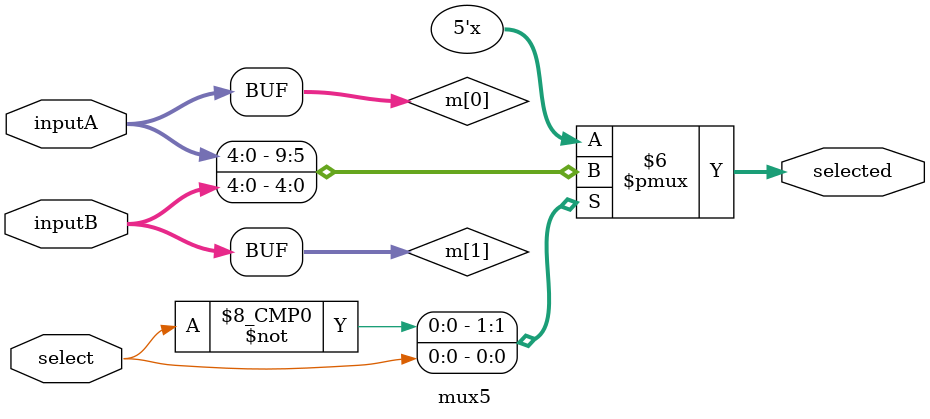
<source format=v>
module mux32(selected,inputA,inputB,select);
output[31:0] selected;
input select;
input[31:0] inputA;
input[31:0] inputB;

wire[31:0] m[1:0];

assign m[0] = inputA;
assign m[1] = inputB;

assign selected = m[select];
endmodule

module mux5(selected, inputA, inputB, select);
output[4:0] selected;
input select;
input[4:0] inputA;
input[4:0] inputB;

wire[4:0] m[1:0];

assign m[0] = inputA;
assign m[1] = inputB;

assign selected = m[select];
endmodule

</source>
